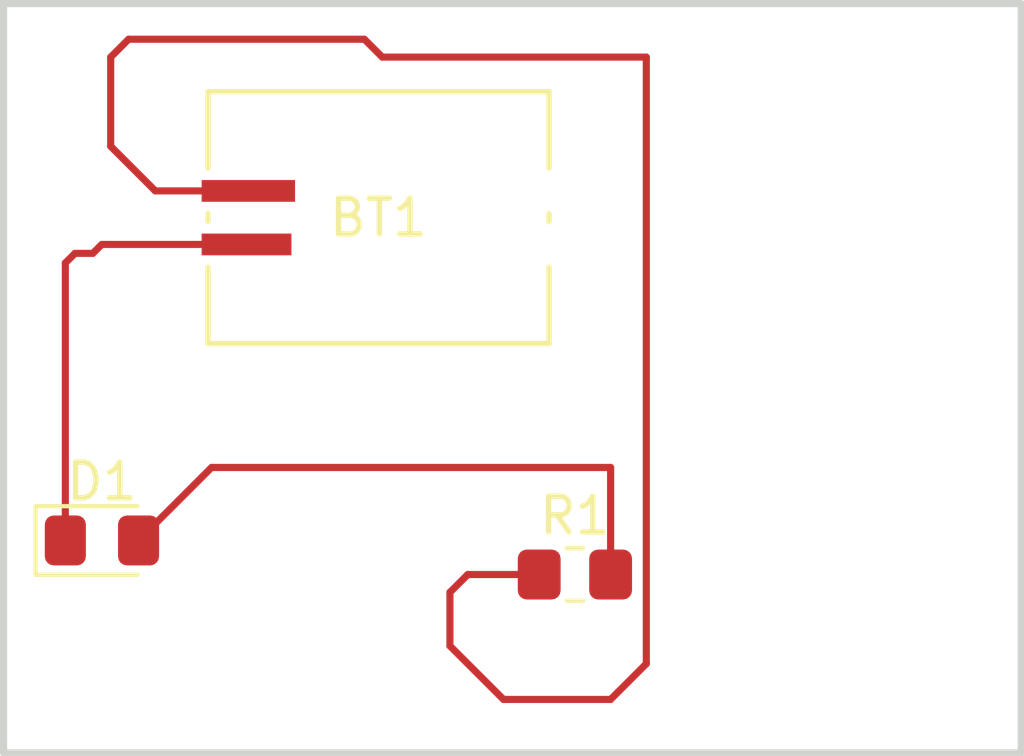
<source format=kicad_pcb>
(kicad_pcb (version 20240108) (generator "pcbnew") (generator_version "8.0")
  (title_block (title "first pcb") (date "2024-10-08") (rev "1.0"))
  (layers (0 "F.Cu" signal) (31 "B.Cu" signal) (34 "B.Paste" user) (35 "F.Paste" user) (36 "B.SilkS" user "B.Silkscreen") (37 "F.SilkS" user "F.Silkscreen") (38 "B.Mask" user) (39 "F.Mask" user) (44 "Edge.Cuts" user))
  (net 0 "")
  (net 1 "Net-(BT1--)")
  (net 2 "Net-(BT1-+)")
  (net 3 "Net-(D1-A)")
  (footprint "Resistor_SMD:R_0805_2012Metric_Pad1.20x1.40mm_HandSolder" (layer "F.Cu") (at 130 63)
    (property "Reference" "R1" (at 0 -1.65 0) (layer "F.SilkS"))
    (property "Value" "R")
    (fp_line (start -0.227064 -0.735) (end 0.227064 -0.735) (stroke (width 0.12)) (layer "F.SilkS"))
    (fp_line (start -0.227064 0.735) (end 0.227064 0.735) (stroke (width 0.12)) (layer "F.SilkS"))
    (pad "1" smd roundrect (at -1 0) (size 1.2 1.4) (layers "F.Cu" "F.Paste" "F.Mask") (roundrect_rratio 0.208333) (net 2 "Net-(BT1-+)"))
    (pad "2" smd roundrect (at 1 0) (size 1.2 1.4) (layers "F.Cu" "F.Paste" "F.Mask") (roundrect_rratio 0.208333) (net 3 "Net-(D1-A)"))
  )
  (footprint "Diode_SMD:D_0805_2012Metric_Pad1.15x1.40mm_HandSolder" (layer "F.Cu") (at 116.755 62.045)
    (property "Reference" "D1" (at 0 -1.65 0) (layer "F.SilkS"))
    (property "Value" "LED")
    (fp_line (start -1.86 -0.96) (end -1.86 0.96) (stroke (width 0.12)) (layer "F.SilkS"))
    (fp_line (start -1.86 0.96) (end 1 0.96) (stroke (width 0.12)) (layer "F.SilkS"))
    (fp_line (start 1 -0.96) (end -1.86 -0.96) (stroke (width 0.12)) (layer "F.SilkS"))
    (pad "1" smd roundrect (at -1.025 0) (size 1.15 1.4) (layers "F.Cu" "F.Paste" "F.Mask") (roundrect_rratio 0.217391) (net 1 "Net-(BT1--)"))
    (pad "2" smd roundrect (at 1.025 0) (size 1.15 1.4) (layers "F.Cu" "F.Paste" "F.Mask") (roundrect_rratio 0.217391) (net 3 "Net-(D1-A)"))
  )
  (footprint "FS_3_Global_Footprint_Library:MS621FE-FL11E_SEC" (layer "F.Cu") (at 124.5 53)
    (property "Reference" "BT1" (at 0 0 0) (layer "F.SilkS"))
    (property "Value" "Battery")
    (fp_line (start -4.7752 -3.5306) (end -4.7752 -1.387541) (stroke (width 0.1524)) (layer "F.SilkS"))
    (fp_line (start -4.7752 -0.112461) (end -4.7752 0.112461) (stroke (width 0.1524)) (layer "F.SilkS"))
    (fp_line (start -4.7752 1.387541) (end -4.7752 3.5306) (stroke (width 0.1524)) (layer "F.SilkS"))
    (fp_line (start -4.7752 3.5306) (end 4.7752 3.5306) (stroke (width 0.1524)) (layer "F.SilkS"))
    (fp_line (start 4.7752 -3.5306) (end -4.7752 -3.5306) (stroke (width 0.1524)) (layer "F.SilkS"))
    (fp_line (start 4.7752 -1.387541) (end 4.7752 -3.5306) (stroke (width 0.1524)) (layer "F.SilkS"))
    (fp_line (start 4.7752 0.112461) (end 4.7752 -0.112461) (stroke (width 0.1524)) (layer "F.SilkS"))
    (fp_line (start 4.7752 3.5306) (end 4.7752 1.387541) (stroke (width 0.1524)) (layer "F.SilkS"))
    (pad "1" smd rect (at -3.6449 -0.750001) (size 2.6162 0.6096) (layers "F.Cu" "F.Paste" "F.Mask") (net 2 "Net-(BT1-+)"))
    (pad "2" smd rect (at -3.6957 0.750001) (size 2.5146 0.6096) (layers "F.Cu" "F.Paste" "F.Mask") (net 1 "Net-(BT1--)"))
  )
  (gr_rect (start 114 47) (end 142.5 68) (stroke (width 0.2)) (fill none) (layer "Edge.Cuts"))
  (segment (start 115.73 54.27) (end 116 54) (width 0.2) (layer "F.Cu") (net 1))
  (segment (start 116 54) (end 116.5 54) (width 0.2) (layer "F.Cu") (net 1))
  (segment (start 116.5 54) (end 116.749999 53.750001) (width 0.2) (layer "F.Cu") (net 1))
  (segment (start 115.73 62.045) (end 115.73 54.27) (width 0.2) (layer "F.Cu") (net 1))
  (segment (start 116.749999 53.750001) (end 120.8043 53.750001) (width 0.2) (layer "F.Cu") (net 1))
  (segment (start 132 48.5) (end 124.605099 48.5) (width 0.2) (layer "F.Cu") (net 2))
  (segment (start 120.8551 52.249999) (end 118.249999 52.249999) (width 0.2) (layer "F.Cu") (net 2))
  (segment (start 131 66.5) (end 132 65.5) (width 0.2) (layer "F.Cu") (net 2))
  (segment (start 117.5 48) (end 124.105099 48) (width 0.2) (layer "F.Cu") (net 2))
  (segment (start 132 65.5) (end 132 48.5) (width 0.2) (layer "F.Cu") (net 2))
  (segment (start 126.5 65) (end 128 66.5) (width 0.2) (layer "F.Cu") (net 2))
  (segment (start 117 51) (end 117 48.5) (width 0.2) (layer "F.Cu") (net 2))
  (segment (start 118.249999 52.249999) (end 117 51) (width 0.2) (layer "F.Cu") (net 2))
  (segment (start 129 63) (end 127 63) (width 0.2) (layer "F.Cu") (net 2))
  (segment (start 127 63) (end 126.5 63.5) (width 0.2) (layer "F.Cu") (net 2))
  (segment (start 126.5 63.5) (end 126.5 65) (width 0.2) (layer "F.Cu") (net 2))
  (segment (start 128 66.5) (end 131 66.5) (width 0.2) (layer "F.Cu") (net 2))
  (segment (start 117 48.5) (end 117.5 48) (width 0.2) (layer "F.Cu") (net 2))
  (segment (start 124.105099 48) (end 124.605099 48.5) (width 0.2) (layer "F.Cu") (net 2))
  (segment (start 119.825 60) (end 131 60) (width 0.2) (layer "F.Cu") (net 3))
  (segment (start 117.78 62.045) (end 119.825 60) (width 0.2) (layer "F.Cu") (net 3))
  (segment (start 131 60) (end 131 63) (width 0.2) (layer "F.Cu") (net 3))
)
</source>
